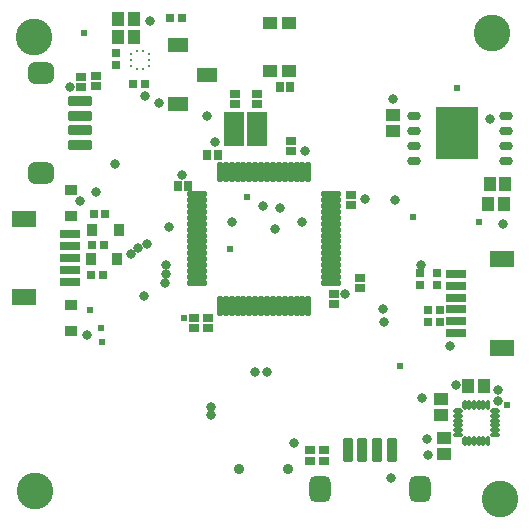
<source format=gbs>
G04*
G04 #@! TF.GenerationSoftware,Altium Limited,Altium Designer,24.10.1 (45)*
G04*
G04 Layer_Color=16711935*
%FSLAX25Y25*%
%MOIN*%
G70*
G04*
G04 #@! TF.SameCoordinates,1F7DBCF5-7643-4606-9888-D8ADD4ED05EF*
G04*
G04*
G04 #@! TF.FilePolarity,Negative*
G04*
G01*
G75*
%ADD57R,0.03261X0.04068*%
%ADD58R,0.02769X0.03162*%
%ADD60R,0.06902X0.03162*%
%ADD61R,0.07887X0.05524*%
%ADD63R,0.04540X0.04147*%
%ADD65R,0.03162X0.03320*%
%ADD66R,0.04737X0.04343*%
%ADD67R,0.03320X0.03162*%
%ADD68R,0.03162X0.02769*%
G04:AMPARAMS|DCode=78|XSize=35.56mil|YSize=78.87mil|CornerRadius=8.13mil|HoleSize=0mil|Usage=FLASHONLY|Rotation=90.000|XOffset=0mil|YOffset=0mil|HoleType=Round|Shape=RoundedRectangle|*
%AMROUNDEDRECTD78*
21,1,0.03556,0.06260,0,0,90.0*
21,1,0.01929,0.07887,0,0,90.0*
1,1,0.01627,0.03130,0.00965*
1,1,0.01627,0.03130,-0.00965*
1,1,0.01627,-0.03130,-0.00965*
1,1,0.01627,-0.03130,0.00965*
%
%ADD78ROUNDEDRECTD78*%
G04:AMPARAMS|DCode=79|XSize=70.99mil|YSize=86.74mil|CornerRadius=19.75mil|HoleSize=0mil|Usage=FLASHONLY|Rotation=90.000|XOffset=0mil|YOffset=0mil|HoleType=Round|Shape=RoundedRectangle|*
%AMROUNDEDRECTD79*
21,1,0.07099,0.04724,0,0,90.0*
21,1,0.03150,0.08674,0,0,90.0*
1,1,0.03950,0.02362,0.01575*
1,1,0.03950,0.02362,-0.01575*
1,1,0.03950,-0.02362,-0.01575*
1,1,0.03950,-0.02362,0.01575*
%
%ADD79ROUNDEDRECTD79*%
%ADD81R,0.04343X0.04737*%
%ADD91C,0.03556*%
%ADD92C,0.12205*%
%ADD93C,0.02375*%
%ADD94C,0.03162*%
%ADD126R,0.01000X0.01100*%
%ADD127R,0.01100X0.01000*%
G04:AMPARAMS|DCode=128|XSize=35.56mil|YSize=78.87mil|CornerRadius=8.13mil|HoleSize=0mil|Usage=FLASHONLY|Rotation=180.000|XOffset=0mil|YOffset=0mil|HoleType=Round|Shape=RoundedRectangle|*
%AMROUNDEDRECTD128*
21,1,0.03556,0.06260,0,0,180.0*
21,1,0.01929,0.07887,0,0,180.0*
1,1,0.01627,-0.00965,0.03130*
1,1,0.01627,0.00965,0.03130*
1,1,0.01627,0.00965,-0.03130*
1,1,0.01627,-0.00965,-0.03130*
%
%ADD128ROUNDEDRECTD128*%
G04:AMPARAMS|DCode=129|XSize=70.99mil|YSize=86.74mil|CornerRadius=19.75mil|HoleSize=0mil|Usage=FLASHONLY|Rotation=180.000|XOffset=0mil|YOffset=0mil|HoleType=Round|Shape=RoundedRectangle|*
%AMROUNDEDRECTD129*
21,1,0.07099,0.04724,0,0,180.0*
21,1,0.03150,0.08674,0,0,180.0*
1,1,0.03950,-0.01575,0.02362*
1,1,0.03950,0.01575,0.02362*
1,1,0.03950,0.01575,-0.02362*
1,1,0.03950,-0.01575,-0.02362*
%
%ADD129ROUNDEDRECTD129*%
%ADD130R,0.14186X0.17729*%
G04:AMPARAMS|DCode=131|XSize=45.01mil|YSize=25.32mil|CornerRadius=10.06mil|HoleSize=0mil|Usage=FLASHONLY|Rotation=0.000|XOffset=0mil|YOffset=0mil|HoleType=Round|Shape=RoundedRectangle|*
%AMROUNDEDRECTD131*
21,1,0.04501,0.00520,0,0,0.0*
21,1,0.02488,0.02532,0,0,0.0*
1,1,0.02013,0.01244,-0.00260*
1,1,0.02013,-0.01244,-0.00260*
1,1,0.02013,-0.01244,0.00260*
1,1,0.02013,0.01244,0.00260*
%
%ADD131ROUNDEDRECTD131*%
%ADD132R,0.04068X0.03261*%
G04:AMPARAMS|DCode=133|XSize=33.2mil|YSize=16.66mil|CornerRadius=5.08mil|HoleSize=0mil|Usage=FLASHONLY|Rotation=180.000|XOffset=0mil|YOffset=0mil|HoleType=Round|Shape=RoundedRectangle|*
%AMROUNDEDRECTD133*
21,1,0.03320,0.00650,0,0,180.0*
21,1,0.02303,0.01666,0,0,180.0*
1,1,0.01016,-0.01152,0.00325*
1,1,0.01016,0.01152,0.00325*
1,1,0.01016,0.01152,-0.00325*
1,1,0.01016,-0.01152,-0.00325*
%
%ADD133ROUNDEDRECTD133*%
G04:AMPARAMS|DCode=134|XSize=33.2mil|YSize=16.66mil|CornerRadius=5.08mil|HoleSize=0mil|Usage=FLASHONLY|Rotation=270.000|XOffset=0mil|YOffset=0mil|HoleType=Round|Shape=RoundedRectangle|*
%AMROUNDEDRECTD134*
21,1,0.03320,0.00650,0,0,270.0*
21,1,0.02303,0.01666,0,0,270.0*
1,1,0.01016,-0.00325,-0.01152*
1,1,0.01016,-0.00325,0.01152*
1,1,0.01016,0.00325,0.01152*
1,1,0.01016,0.00325,-0.01152*
%
%ADD134ROUNDEDRECTD134*%
%ADD135R,0.04737X0.04343*%
%ADD136R,0.07099X0.04737*%
G04:AMPARAMS|DCode=137|XSize=19.02mil|YSize=65.87mil|CornerRadius=5.38mil|HoleSize=0mil|Usage=FLASHONLY|Rotation=270.000|XOffset=0mil|YOffset=0mil|HoleType=Round|Shape=RoundedRectangle|*
%AMROUNDEDRECTD137*
21,1,0.01902,0.05512,0,0,270.0*
21,1,0.00827,0.06587,0,0,270.0*
1,1,0.01076,-0.02756,-0.00413*
1,1,0.01076,-0.02756,0.00413*
1,1,0.01076,0.02756,0.00413*
1,1,0.01076,0.02756,-0.00413*
%
%ADD137ROUNDEDRECTD137*%
G04:AMPARAMS|DCode=138|XSize=65.87mil|YSize=19.02mil|CornerRadius=5.38mil|HoleSize=0mil|Usage=FLASHONLY|Rotation=270.000|XOffset=0mil|YOffset=0mil|HoleType=Round|Shape=RoundedRectangle|*
%AMROUNDEDRECTD138*
21,1,0.06587,0.00827,0,0,270.0*
21,1,0.05512,0.01902,0,0,270.0*
1,1,0.01076,-0.00413,-0.02756*
1,1,0.01076,-0.00413,0.02756*
1,1,0.01076,0.00413,0.02756*
1,1,0.01076,0.00413,-0.02756*
%
%ADD138ROUNDEDRECTD138*%
%ADD139R,0.06706X0.11430*%
%ADD140R,0.04147X0.04540*%
D57*
X32020Y100400D02*
D03*
X40780D02*
D03*
X31500Y90800D02*
D03*
X40260D02*
D03*
D58*
X144032Y69500D02*
D03*
X147968D02*
D03*
X144032Y73600D02*
D03*
X147968D02*
D03*
X32432Y105800D02*
D03*
X36369D02*
D03*
X31900Y95300D02*
D03*
X35837D02*
D03*
X31532Y85400D02*
D03*
X35469D02*
D03*
X57832Y170900D02*
D03*
X61769D02*
D03*
X49524Y148972D02*
D03*
X45587D02*
D03*
D60*
X153191Y77777D02*
D03*
Y65966D02*
D03*
Y69903D02*
D03*
Y73840D02*
D03*
Y81714D02*
D03*
Y85651D02*
D03*
X24616Y83094D02*
D03*
Y90968D02*
D03*
Y94905D02*
D03*
Y98842D02*
D03*
Y87031D02*
D03*
D61*
X168447Y60848D02*
D03*
Y90769D02*
D03*
X9360Y77976D02*
D03*
Y103960D02*
D03*
D63*
X132200Y138559D02*
D03*
Y133441D02*
D03*
D65*
X60468Y115000D02*
D03*
X63932D02*
D03*
X70368Y125400D02*
D03*
X73832D02*
D03*
X94506Y148025D02*
D03*
X97970D02*
D03*
D66*
X149100Y31058D02*
D03*
Y25743D02*
D03*
X148300Y38743D02*
D03*
Y44058D02*
D03*
D67*
X109100Y26832D02*
D03*
Y23368D02*
D03*
X33200Y148168D02*
D03*
Y151632D02*
D03*
X104600Y23368D02*
D03*
Y26832D02*
D03*
X87034Y142338D02*
D03*
Y145802D02*
D03*
X79534Y142270D02*
D03*
Y145735D02*
D03*
X118234Y112002D02*
D03*
Y108538D02*
D03*
X98100Y130132D02*
D03*
Y126668D02*
D03*
X112700Y75668D02*
D03*
Y79132D02*
D03*
X70434Y67606D02*
D03*
Y71070D02*
D03*
X65834Y67638D02*
D03*
Y71102D02*
D03*
X121200Y84432D02*
D03*
Y80968D02*
D03*
X28361Y151397D02*
D03*
Y147932D02*
D03*
D68*
X141300Y85969D02*
D03*
Y82032D02*
D03*
X147000Y85969D02*
D03*
Y82032D02*
D03*
X39924Y159309D02*
D03*
Y155372D02*
D03*
D78*
X27747Y133504D02*
D03*
Y143347D02*
D03*
Y128583D02*
D03*
Y138425D02*
D03*
D79*
X14755Y152598D02*
D03*
Y119331D02*
D03*
D81*
X157162Y48206D02*
D03*
X162477D02*
D03*
X169257Y109100D02*
D03*
X163943D02*
D03*
X45858Y164600D02*
D03*
X40543D02*
D03*
X45757Y170500D02*
D03*
X40442D02*
D03*
D91*
X80954Y20542D02*
D03*
X97292D02*
D03*
D92*
X167717Y10630D02*
D03*
X165354Y166142D02*
D03*
X12598Y164567D02*
D03*
X12992Y13386D02*
D03*
D93*
X134547Y54823D02*
D03*
X77756Y94095D02*
D03*
X83604Y111396D02*
D03*
X35000Y67800D02*
D03*
X35200Y62900D02*
D03*
X170300Y41900D02*
D03*
X29100Y165900D02*
D03*
X62600Y71100D02*
D03*
X153600Y147600D02*
D03*
X161000Y103100D02*
D03*
X139000Y104500D02*
D03*
X31100Y73600D02*
D03*
D94*
X54181Y142490D02*
D03*
X70079Y138189D02*
D03*
X72933Y129528D02*
D03*
X151279Y61713D02*
D03*
X131595Y17618D02*
D03*
X30217Y65453D02*
D03*
X33169Y112894D02*
D03*
X39469Y122441D02*
D03*
X57677Y101378D02*
D03*
X167126Y47047D02*
D03*
X141929Y44291D02*
D03*
X167126Y43209D02*
D03*
X143898Y25197D02*
D03*
X102756Y126772D02*
D03*
X24508Y147933D02*
D03*
X122933Y110630D02*
D03*
X78642Y103051D02*
D03*
X92914Y100786D02*
D03*
X94600Y107800D02*
D03*
X49114Y78347D02*
D03*
X99300Y29200D02*
D03*
X45000Y92200D02*
D03*
X56300Y82700D02*
D03*
X47100Y94400D02*
D03*
X56600Y85500D02*
D03*
X56400Y88600D02*
D03*
X50200Y95800D02*
D03*
X101900Y103100D02*
D03*
X88800Y108300D02*
D03*
X61900Y118600D02*
D03*
X141500Y88800D02*
D03*
X129000Y74000D02*
D03*
X129100Y69500D02*
D03*
X153100Y48600D02*
D03*
X143700Y30600D02*
D03*
X164500Y137300D02*
D03*
X133000Y110200D02*
D03*
X168800Y102300D02*
D03*
X132200Y144000D02*
D03*
X116068Y79132D02*
D03*
X49400Y145100D02*
D03*
X51200Y170000D02*
D03*
X27900Y110000D02*
D03*
X71700Y41300D02*
D03*
Y38600D02*
D03*
X90074Y52843D02*
D03*
X86250Y52943D02*
D03*
D126*
X48884Y153832D02*
D03*
X46916D02*
D03*
Y160031D02*
D03*
X48884D02*
D03*
D127*
X44800Y154963D02*
D03*
Y156931D02*
D03*
Y158900D02*
D03*
X51000D02*
D03*
Y156931D02*
D03*
Y154963D02*
D03*
D128*
X121985Y27053D02*
D03*
X131828D02*
D03*
X117064D02*
D03*
X126906D02*
D03*
D129*
X141079Y14061D02*
D03*
X107812D02*
D03*
D130*
X153697Y132694D02*
D03*
D131*
X169819Y123423D02*
D03*
Y138423D02*
D03*
Y133423D02*
D03*
Y128423D02*
D03*
X139150Y123423D02*
D03*
Y138423D02*
D03*
Y133423D02*
D03*
Y128423D02*
D03*
D132*
X25000Y105020D02*
D03*
Y113780D02*
D03*
X24800Y75280D02*
D03*
Y66520D02*
D03*
D133*
X166079Y32065D02*
D03*
Y33639D02*
D03*
Y35214D02*
D03*
Y36789D02*
D03*
Y38364D02*
D03*
Y39939D02*
D03*
X153914D02*
D03*
Y38364D02*
D03*
Y36789D02*
D03*
Y35214D02*
D03*
Y33639D02*
D03*
Y32065D02*
D03*
D134*
X163934Y42084D02*
D03*
X162359D02*
D03*
X160784D02*
D03*
X159210D02*
D03*
X157635D02*
D03*
X156060D02*
D03*
Y29919D02*
D03*
X157635D02*
D03*
X159210D02*
D03*
X160784D02*
D03*
X162359D02*
D03*
X163934D02*
D03*
D135*
X91120Y169482D02*
D03*
Y153340D02*
D03*
X97419Y169482D02*
D03*
Y153340D02*
D03*
D136*
X70149Y152058D02*
D03*
X60700Y142215D02*
D03*
Y161900D02*
D03*
D137*
X111557Y112234D02*
D03*
Y110265D02*
D03*
Y108297D02*
D03*
Y106328D02*
D03*
Y104360D02*
D03*
Y102391D02*
D03*
Y100423D02*
D03*
Y98454D02*
D03*
Y96486D02*
D03*
Y94517D02*
D03*
Y92549D02*
D03*
Y90580D02*
D03*
Y88612D02*
D03*
Y86643D02*
D03*
Y84675D02*
D03*
Y82706D02*
D03*
X66911D02*
D03*
Y84675D02*
D03*
Y86643D02*
D03*
Y88612D02*
D03*
Y90580D02*
D03*
Y92549D02*
D03*
Y94517D02*
D03*
Y96486D02*
D03*
Y98454D02*
D03*
Y100423D02*
D03*
Y102391D02*
D03*
Y104360D02*
D03*
Y106328D02*
D03*
Y108297D02*
D03*
Y110265D02*
D03*
Y112234D02*
D03*
D138*
X74470Y119793D02*
D03*
X76439D02*
D03*
X78407D02*
D03*
X80376D02*
D03*
X82344D02*
D03*
X84313D02*
D03*
X86281D02*
D03*
X88250D02*
D03*
X90218D02*
D03*
X92187D02*
D03*
X94155D02*
D03*
X96124D02*
D03*
X98092D02*
D03*
X100061D02*
D03*
X102029D02*
D03*
X103998D02*
D03*
Y75147D02*
D03*
X102029D02*
D03*
X100061D02*
D03*
X98092D02*
D03*
X96124D02*
D03*
X94155D02*
D03*
X92187D02*
D03*
X90218D02*
D03*
X88250D02*
D03*
X86281D02*
D03*
X84313D02*
D03*
X82344D02*
D03*
X80376D02*
D03*
X78407D02*
D03*
X76439D02*
D03*
X74470D02*
D03*
D139*
X86834Y133970D02*
D03*
X79353D02*
D03*
D140*
X169659Y115600D02*
D03*
X164541D02*
D03*
M02*

</source>
